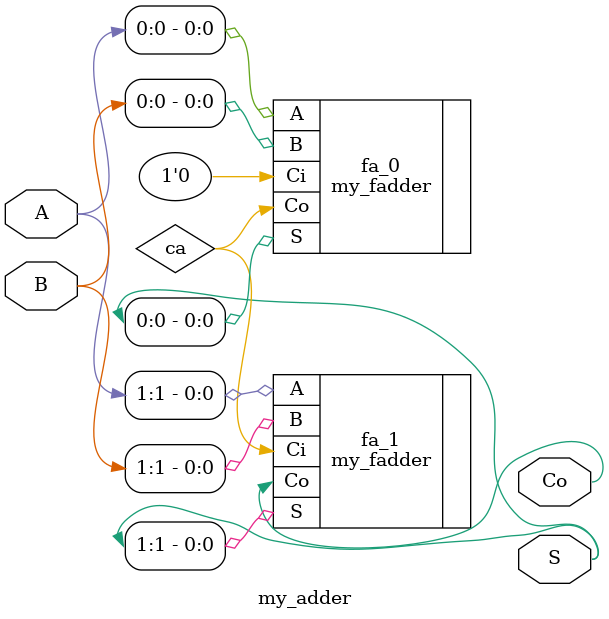
<source format=v>
`timescale 1ns / 1ps


module my_adder(
    input [1:0] A,
    input [1:0] B,
    output [1:0] S,
    output Co
    );
    
    wire ca;
    
    my_fadder fa_0(
    .A(A[0]),
    .B(B[0]),
    .Ci(1'b0),
    .S(S[0]),
    .Co(ca)
    );
    
    my_fadder fa_1(
    .A(A[1]),
    .B(B[1]),
    .Ci(ca),
    .S(S[1]),
    .Co(Co)
    );
endmodule

</source>
